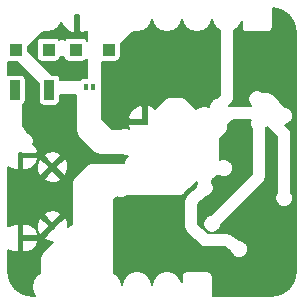
<source format=gbr>
G04 #@! TF.FileFunction,Copper,L2,Bot,Signal*
%FSLAX46Y46*%
G04 Gerber Fmt 4.6, Leading zero omitted, Abs format (unit mm)*
G04 Created by KiCad (PCBNEW 4.0.7) date 08/17/18 12:34:18*
%MOMM*%
%LPD*%
G01*
G04 APERTURE LIST*
%ADD10C,0.100000*%
%ADD11R,0.400000X0.600000*%
%ADD12R,1.100000X1.100000*%
%ADD13R,0.900000X1.700000*%
%ADD14C,0.200000*%
G04 APERTURE END LIST*
D10*
D11*
X149906000Y-93599000D03*
X149306000Y-93599000D03*
D12*
X146180000Y-90424000D03*
X143380000Y-90424000D03*
X148460000Y-90424000D03*
X151260000Y-90424000D03*
D13*
X146230000Y-93853000D03*
X143330000Y-93853000D03*
D14*
G36*
X165867171Y-87047885D02*
X166517548Y-87482453D01*
X166952115Y-88132829D01*
X167115000Y-88951706D01*
X167115000Y-109168294D01*
X166952115Y-109987171D01*
X166517548Y-110637547D01*
X165867171Y-111072115D01*
X165048294Y-111235000D01*
X160058816Y-111235000D01*
X160058816Y-109640000D01*
X160027438Y-109473240D01*
X159928883Y-109320081D01*
X159778505Y-109217332D01*
X159600000Y-109181184D01*
X157900000Y-109181184D01*
X157733240Y-109212562D01*
X157580081Y-109311117D01*
X157477332Y-109461495D01*
X157441184Y-109640000D01*
X157441184Y-110118571D01*
X157411043Y-109967043D01*
X157129239Y-109545292D01*
X156707488Y-109263488D01*
X156210000Y-109164531D01*
X155712512Y-109263488D01*
X155290761Y-109545292D01*
X155008957Y-109967043D01*
X154940000Y-110313712D01*
X154871043Y-109967043D01*
X154589239Y-109545292D01*
X154167488Y-109263488D01*
X153670000Y-109164531D01*
X153172512Y-109263488D01*
X152750761Y-109545292D01*
X152468957Y-109967043D01*
X152400000Y-110313712D01*
X152331043Y-109967043D01*
X152049239Y-109545292D01*
X151732400Y-109333588D01*
X151732400Y-103119522D01*
X151942196Y-102909726D01*
X152123161Y-102984869D01*
X152421530Y-102985130D01*
X152697286Y-102871189D01*
X152731134Y-102837400D01*
X157226000Y-102837400D01*
X157456529Y-102791545D01*
X157651961Y-102660961D01*
X158731800Y-101581122D01*
X158731800Y-101725357D01*
X158635131Y-101958161D01*
X158635089Y-102005989D01*
X157816039Y-102825039D01*
X157685455Y-103020471D01*
X157660579Y-103145530D01*
X157639600Y-103251000D01*
X157639600Y-105410000D01*
X157685455Y-105640529D01*
X157816039Y-105835961D01*
X158959039Y-106978961D01*
X159154471Y-107109545D01*
X159385000Y-107155400D01*
X161089200Y-107155400D01*
X161580941Y-107524206D01*
X161669811Y-107739286D01*
X161880605Y-107950448D01*
X162156161Y-108064869D01*
X162454530Y-108065130D01*
X162730286Y-107951189D01*
X162941448Y-107740395D01*
X163055869Y-107464839D01*
X163056130Y-107166470D01*
X162942189Y-106890714D01*
X162731395Y-106679552D01*
X162455839Y-106565131D01*
X162310005Y-106565003D01*
X161651440Y-106071080D01*
X161583330Y-106038418D01*
X161520528Y-105996455D01*
X161478315Y-105988058D01*
X161439505Y-105969447D01*
X161364084Y-105965336D01*
X161290000Y-105950600D01*
X159634522Y-105950600D01*
X158844400Y-105160478D01*
X158844400Y-103500522D01*
X159486833Y-102858089D01*
X159533530Y-102858130D01*
X159809286Y-102744189D01*
X160020448Y-102533395D01*
X160134869Y-102257839D01*
X160135130Y-101959470D01*
X160038200Y-101724883D01*
X160038200Y-101489564D01*
X160417564Y-101110200D01*
X160653357Y-101110200D01*
X160886161Y-101206869D01*
X161184530Y-101207130D01*
X161460286Y-101093189D01*
X161671448Y-100882395D01*
X161785869Y-100606839D01*
X161786130Y-100308470D01*
X161672189Y-100032714D01*
X161461395Y-99821552D01*
X161185839Y-99707131D01*
X160887470Y-99706870D01*
X160693816Y-99786887D01*
X160693816Y-98210000D01*
X160662438Y-98043240D01*
X160645306Y-98016616D01*
X161207961Y-97453961D01*
X161338545Y-97258529D01*
X161384400Y-97028000D01*
X161384400Y-96769522D01*
X161793522Y-96360400D01*
X163263919Y-96360400D01*
X163207131Y-96497161D01*
X163206870Y-96795530D01*
X163320811Y-97071286D01*
X163354600Y-97105134D01*
X163354600Y-100969478D01*
X159918167Y-104405911D01*
X159871470Y-104405870D01*
X159595714Y-104519811D01*
X159384552Y-104730605D01*
X159270131Y-105006161D01*
X159269870Y-105304530D01*
X159383811Y-105580286D01*
X159594605Y-105791448D01*
X159870161Y-105905869D01*
X160168530Y-105906130D01*
X160444286Y-105792189D01*
X160655448Y-105581395D01*
X160769869Y-105305839D01*
X160769911Y-105258011D01*
X164382961Y-101644961D01*
X164513545Y-101449529D01*
X164559400Y-101219000D01*
X164559400Y-97105385D01*
X164592448Y-97072395D01*
X164653483Y-96925405D01*
X165513600Y-97785522D01*
X165513600Y-102538615D01*
X165480552Y-102571605D01*
X165366131Y-102847161D01*
X165365870Y-103145530D01*
X165479811Y-103421286D01*
X165690605Y-103632448D01*
X165966161Y-103746869D01*
X166264530Y-103747130D01*
X166540286Y-103633189D01*
X166751448Y-103422395D01*
X166865869Y-103146839D01*
X166866130Y-102848470D01*
X166752189Y-102572714D01*
X166718400Y-102538866D01*
X166718400Y-97536000D01*
X166690725Y-97396869D01*
X166672545Y-97305471D01*
X166541961Y-97110039D01*
X166193990Y-96762068D01*
X166264530Y-96762130D01*
X166540286Y-96648189D01*
X166751448Y-96437395D01*
X166865869Y-96161839D01*
X166866130Y-95863470D01*
X166752189Y-95587714D01*
X166541395Y-95376552D01*
X166265839Y-95262131D01*
X166218011Y-95262089D01*
X165144961Y-94189039D01*
X164949529Y-94058455D01*
X164719000Y-94012600D01*
X164288385Y-94012600D01*
X164255395Y-93979552D01*
X163979839Y-93865131D01*
X163681470Y-93864870D01*
X163405714Y-93978811D01*
X163194552Y-94189605D01*
X163080131Y-94465161D01*
X163079870Y-94763530D01*
X163193811Y-95039286D01*
X163309922Y-95155600D01*
X161544000Y-95155600D01*
X161457021Y-95172901D01*
X161715961Y-94913961D01*
X161846545Y-94718529D01*
X161892400Y-94488000D01*
X161892400Y-88786412D01*
X162209239Y-88574708D01*
X162491043Y-88152957D01*
X162521184Y-88001429D01*
X162521184Y-88480000D01*
X162552562Y-88646760D01*
X162651117Y-88799919D01*
X162801495Y-88902668D01*
X162980000Y-88938816D01*
X164680000Y-88938816D01*
X164846760Y-88907438D01*
X164999919Y-88808883D01*
X165102668Y-88658505D01*
X165138816Y-88480000D01*
X165138816Y-86903006D01*
X165867171Y-87047885D01*
X165867171Y-87047885D01*
G37*
X165867171Y-87047885D02*
X166517548Y-87482453D01*
X166952115Y-88132829D01*
X167115000Y-88951706D01*
X167115000Y-109168294D01*
X166952115Y-109987171D01*
X166517548Y-110637547D01*
X165867171Y-111072115D01*
X165048294Y-111235000D01*
X160058816Y-111235000D01*
X160058816Y-109640000D01*
X160027438Y-109473240D01*
X159928883Y-109320081D01*
X159778505Y-109217332D01*
X159600000Y-109181184D01*
X157900000Y-109181184D01*
X157733240Y-109212562D01*
X157580081Y-109311117D01*
X157477332Y-109461495D01*
X157441184Y-109640000D01*
X157441184Y-110118571D01*
X157411043Y-109967043D01*
X157129239Y-109545292D01*
X156707488Y-109263488D01*
X156210000Y-109164531D01*
X155712512Y-109263488D01*
X155290761Y-109545292D01*
X155008957Y-109967043D01*
X154940000Y-110313712D01*
X154871043Y-109967043D01*
X154589239Y-109545292D01*
X154167488Y-109263488D01*
X153670000Y-109164531D01*
X153172512Y-109263488D01*
X152750761Y-109545292D01*
X152468957Y-109967043D01*
X152400000Y-110313712D01*
X152331043Y-109967043D01*
X152049239Y-109545292D01*
X151732400Y-109333588D01*
X151732400Y-103119522D01*
X151942196Y-102909726D01*
X152123161Y-102984869D01*
X152421530Y-102985130D01*
X152697286Y-102871189D01*
X152731134Y-102837400D01*
X157226000Y-102837400D01*
X157456529Y-102791545D01*
X157651961Y-102660961D01*
X158731800Y-101581122D01*
X158731800Y-101725357D01*
X158635131Y-101958161D01*
X158635089Y-102005989D01*
X157816039Y-102825039D01*
X157685455Y-103020471D01*
X157660579Y-103145530D01*
X157639600Y-103251000D01*
X157639600Y-105410000D01*
X157685455Y-105640529D01*
X157816039Y-105835961D01*
X158959039Y-106978961D01*
X159154471Y-107109545D01*
X159385000Y-107155400D01*
X161089200Y-107155400D01*
X161580941Y-107524206D01*
X161669811Y-107739286D01*
X161880605Y-107950448D01*
X162156161Y-108064869D01*
X162454530Y-108065130D01*
X162730286Y-107951189D01*
X162941448Y-107740395D01*
X163055869Y-107464839D01*
X163056130Y-107166470D01*
X162942189Y-106890714D01*
X162731395Y-106679552D01*
X162455839Y-106565131D01*
X162310005Y-106565003D01*
X161651440Y-106071080D01*
X161583330Y-106038418D01*
X161520528Y-105996455D01*
X161478315Y-105988058D01*
X161439505Y-105969447D01*
X161364084Y-105965336D01*
X161290000Y-105950600D01*
X159634522Y-105950600D01*
X158844400Y-105160478D01*
X158844400Y-103500522D01*
X159486833Y-102858089D01*
X159533530Y-102858130D01*
X159809286Y-102744189D01*
X160020448Y-102533395D01*
X160134869Y-102257839D01*
X160135130Y-101959470D01*
X160038200Y-101724883D01*
X160038200Y-101489564D01*
X160417564Y-101110200D01*
X160653357Y-101110200D01*
X160886161Y-101206869D01*
X161184530Y-101207130D01*
X161460286Y-101093189D01*
X161671448Y-100882395D01*
X161785869Y-100606839D01*
X161786130Y-100308470D01*
X161672189Y-100032714D01*
X161461395Y-99821552D01*
X161185839Y-99707131D01*
X160887470Y-99706870D01*
X160693816Y-99786887D01*
X160693816Y-98210000D01*
X160662438Y-98043240D01*
X160645306Y-98016616D01*
X161207961Y-97453961D01*
X161338545Y-97258529D01*
X161384400Y-97028000D01*
X161384400Y-96769522D01*
X161793522Y-96360400D01*
X163263919Y-96360400D01*
X163207131Y-96497161D01*
X163206870Y-96795530D01*
X163320811Y-97071286D01*
X163354600Y-97105134D01*
X163354600Y-100969478D01*
X159918167Y-104405911D01*
X159871470Y-104405870D01*
X159595714Y-104519811D01*
X159384552Y-104730605D01*
X159270131Y-105006161D01*
X159269870Y-105304530D01*
X159383811Y-105580286D01*
X159594605Y-105791448D01*
X159870161Y-105905869D01*
X160168530Y-105906130D01*
X160444286Y-105792189D01*
X160655448Y-105581395D01*
X160769869Y-105305839D01*
X160769911Y-105258011D01*
X164382961Y-101644961D01*
X164513545Y-101449529D01*
X164559400Y-101219000D01*
X164559400Y-97105385D01*
X164592448Y-97072395D01*
X164653483Y-96925405D01*
X165513600Y-97785522D01*
X165513600Y-102538615D01*
X165480552Y-102571605D01*
X165366131Y-102847161D01*
X165365870Y-103145530D01*
X165479811Y-103421286D01*
X165690605Y-103632448D01*
X165966161Y-103746869D01*
X166264530Y-103747130D01*
X166540286Y-103633189D01*
X166751448Y-103422395D01*
X166865869Y-103146839D01*
X166866130Y-102848470D01*
X166752189Y-102572714D01*
X166718400Y-102538866D01*
X166718400Y-97536000D01*
X166690725Y-97396869D01*
X166672545Y-97305471D01*
X166541961Y-97110039D01*
X166193990Y-96762068D01*
X166264530Y-96762130D01*
X166540286Y-96648189D01*
X166751448Y-96437395D01*
X166865869Y-96161839D01*
X166866130Y-95863470D01*
X166752189Y-95587714D01*
X166541395Y-95376552D01*
X166265839Y-95262131D01*
X166218011Y-95262089D01*
X165144961Y-94189039D01*
X164949529Y-94058455D01*
X164719000Y-94012600D01*
X164288385Y-94012600D01*
X164255395Y-93979552D01*
X163979839Y-93865131D01*
X163681470Y-93864870D01*
X163405714Y-93978811D01*
X163194552Y-94189605D01*
X163080131Y-94465161D01*
X163079870Y-94763530D01*
X163193811Y-95039286D01*
X163309922Y-95155600D01*
X161544000Y-95155600D01*
X161457021Y-95172901D01*
X161715961Y-94913961D01*
X161846545Y-94718529D01*
X161892400Y-94488000D01*
X161892400Y-88786412D01*
X162209239Y-88574708D01*
X162491043Y-88152957D01*
X162521184Y-88001429D01*
X162521184Y-88480000D01*
X162552562Y-88646760D01*
X162651117Y-88799919D01*
X162801495Y-88902668D01*
X162980000Y-88938816D01*
X164680000Y-88938816D01*
X164846760Y-88907438D01*
X164999919Y-88808883D01*
X165102668Y-88658505D01*
X165138816Y-88480000D01*
X165138816Y-86903006D01*
X165867171Y-87047885D01*
G36*
X142830000Y-91432816D02*
X143465052Y-91432816D01*
X145321184Y-93288948D01*
X145321184Y-94703000D01*
X145352562Y-94869760D01*
X145451117Y-95022919D01*
X145601495Y-95125668D01*
X145780000Y-95161816D01*
X146680000Y-95161816D01*
X146846760Y-95130438D01*
X146999919Y-95031883D01*
X147102668Y-94881505D01*
X147138816Y-94703000D01*
X147138816Y-94252200D01*
X148502800Y-94252200D01*
X148502800Y-97340000D01*
X148552522Y-97589969D01*
X148694118Y-97801882D01*
X150033118Y-99140882D01*
X150245031Y-99282478D01*
X150495000Y-99332200D01*
X152398357Y-99332200D01*
X152631161Y-99428869D01*
X152890646Y-99429096D01*
X152864714Y-99439811D01*
X152653552Y-99650605D01*
X152539131Y-99926161D01*
X152539083Y-99981600D01*
X149860000Y-99981600D01*
X149629471Y-100027455D01*
X149434039Y-100158039D01*
X148291039Y-101301039D01*
X148160455Y-101496471D01*
X148160455Y-101496472D01*
X148114600Y-101727000D01*
X148114600Y-105160478D01*
X147836770Y-105438308D01*
X147804646Y-105006652D01*
X147677985Y-104700866D01*
X147450479Y-104632310D01*
X146712789Y-105370000D01*
X146726931Y-105384142D01*
X146509142Y-105601931D01*
X146495000Y-105587789D01*
X145757310Y-106325479D01*
X145825866Y-106552985D01*
X146329509Y-106719002D01*
X146574293Y-106700785D01*
X145624039Y-107651039D01*
X145493455Y-107846471D01*
X145472773Y-107950448D01*
X145447600Y-108077000D01*
X145447600Y-109333588D01*
X145130761Y-109545292D01*
X144848957Y-109967043D01*
X144750000Y-110464531D01*
X144750000Y-110515469D01*
X144848957Y-111012957D01*
X144997321Y-111235000D01*
X144831706Y-111235000D01*
X144012829Y-111072115D01*
X143362453Y-110637548D01*
X142927885Y-109987171D01*
X142765000Y-109168294D01*
X142765000Y-107361498D01*
X142840441Y-107427113D01*
X143291000Y-107578000D01*
X143641000Y-107578000D01*
X143641000Y-106524000D01*
X143949000Y-106524000D01*
X143949000Y-107578000D01*
X144299000Y-107578000D01*
X144749559Y-107427113D01*
X145108079Y-107115290D01*
X145304302Y-106709535D01*
X145189710Y-106524000D01*
X143949000Y-106524000D01*
X143641000Y-106524000D01*
X143621000Y-106524000D01*
X143621000Y-106216000D01*
X143641000Y-106216000D01*
X143641000Y-105162000D01*
X143949000Y-105162000D01*
X143949000Y-106216000D01*
X145189710Y-106216000D01*
X145304302Y-106030465D01*
X145108079Y-105624710D01*
X144749559Y-105312887D01*
X144425935Y-105204509D01*
X145145998Y-105204509D01*
X145185354Y-105733348D01*
X145312015Y-106039134D01*
X145539521Y-106107690D01*
X146277211Y-105370000D01*
X145539521Y-104632310D01*
X145312015Y-104700866D01*
X145145998Y-105204509D01*
X144425935Y-105204509D01*
X144299000Y-105162000D01*
X143949000Y-105162000D01*
X143641000Y-105162000D01*
X143291000Y-105162000D01*
X142840441Y-105312887D01*
X142765000Y-105378502D01*
X142765000Y-104414521D01*
X145757310Y-104414521D01*
X146495000Y-105152211D01*
X147232690Y-104414521D01*
X147164134Y-104187015D01*
X146660491Y-104020998D01*
X146131652Y-104060354D01*
X145825866Y-104187015D01*
X145757310Y-104414521D01*
X142765000Y-104414521D01*
X142765000Y-101325479D01*
X145757310Y-101325479D01*
X145825866Y-101552985D01*
X146329509Y-101719002D01*
X146858348Y-101679646D01*
X147164134Y-101552985D01*
X147232690Y-101325479D01*
X146495000Y-100587789D01*
X145757310Y-101325479D01*
X142765000Y-101325479D01*
X142765000Y-100361498D01*
X142840441Y-100427113D01*
X143291000Y-100578000D01*
X143641000Y-100578000D01*
X143641000Y-99524000D01*
X143949000Y-99524000D01*
X143949000Y-100578000D01*
X144299000Y-100578000D01*
X144749559Y-100427113D01*
X145005499Y-100204509D01*
X145145998Y-100204509D01*
X145185354Y-100733348D01*
X145312015Y-101039134D01*
X145539521Y-101107690D01*
X146277211Y-100370000D01*
X146712789Y-100370000D01*
X147450479Y-101107690D01*
X147677985Y-101039134D01*
X147844002Y-100535491D01*
X147804646Y-100006652D01*
X147677985Y-99700866D01*
X147450479Y-99632310D01*
X146712789Y-100370000D01*
X146277211Y-100370000D01*
X145539521Y-99632310D01*
X145312015Y-99700866D01*
X145145998Y-100204509D01*
X145005499Y-100204509D01*
X145108079Y-100115290D01*
X145304302Y-99709535D01*
X145189710Y-99524000D01*
X143949000Y-99524000D01*
X143641000Y-99524000D01*
X143621000Y-99524000D01*
X143621000Y-99414521D01*
X145757310Y-99414521D01*
X146495000Y-100152211D01*
X147232690Y-99414521D01*
X147164134Y-99187015D01*
X146660491Y-99020998D01*
X146131652Y-99060354D01*
X145825866Y-99187015D01*
X145757310Y-99414521D01*
X143621000Y-99414521D01*
X143621000Y-99216000D01*
X143641000Y-99216000D01*
X143641000Y-99196000D01*
X143949000Y-99196000D01*
X143949000Y-99216000D01*
X145189710Y-99216000D01*
X145304302Y-99030465D01*
X145108079Y-98624710D01*
X144858740Y-98407847D01*
X144894869Y-98320839D01*
X144895130Y-98022470D01*
X144781189Y-97746714D01*
X144570395Y-97535552D01*
X144440938Y-97481796D01*
X143983200Y-96881402D01*
X143983200Y-95106990D01*
X144099919Y-95031883D01*
X144202668Y-94881505D01*
X144238816Y-94703000D01*
X144238816Y-93003000D01*
X144207438Y-92836240D01*
X144108883Y-92683081D01*
X143958505Y-92580332D01*
X143780000Y-92544184D01*
X142880000Y-92544184D01*
X142765000Y-92565823D01*
X142765000Y-91419653D01*
X142830000Y-91432816D01*
X142830000Y-91432816D01*
G37*
X142830000Y-91432816D02*
X143465052Y-91432816D01*
X145321184Y-93288948D01*
X145321184Y-94703000D01*
X145352562Y-94869760D01*
X145451117Y-95022919D01*
X145601495Y-95125668D01*
X145780000Y-95161816D01*
X146680000Y-95161816D01*
X146846760Y-95130438D01*
X146999919Y-95031883D01*
X147102668Y-94881505D01*
X147138816Y-94703000D01*
X147138816Y-94252200D01*
X148502800Y-94252200D01*
X148502800Y-97340000D01*
X148552522Y-97589969D01*
X148694118Y-97801882D01*
X150033118Y-99140882D01*
X150245031Y-99282478D01*
X150495000Y-99332200D01*
X152398357Y-99332200D01*
X152631161Y-99428869D01*
X152890646Y-99429096D01*
X152864714Y-99439811D01*
X152653552Y-99650605D01*
X152539131Y-99926161D01*
X152539083Y-99981600D01*
X149860000Y-99981600D01*
X149629471Y-100027455D01*
X149434039Y-100158039D01*
X148291039Y-101301039D01*
X148160455Y-101496471D01*
X148160455Y-101496472D01*
X148114600Y-101727000D01*
X148114600Y-105160478D01*
X147836770Y-105438308D01*
X147804646Y-105006652D01*
X147677985Y-104700866D01*
X147450479Y-104632310D01*
X146712789Y-105370000D01*
X146726931Y-105384142D01*
X146509142Y-105601931D01*
X146495000Y-105587789D01*
X145757310Y-106325479D01*
X145825866Y-106552985D01*
X146329509Y-106719002D01*
X146574293Y-106700785D01*
X145624039Y-107651039D01*
X145493455Y-107846471D01*
X145472773Y-107950448D01*
X145447600Y-108077000D01*
X145447600Y-109333588D01*
X145130761Y-109545292D01*
X144848957Y-109967043D01*
X144750000Y-110464531D01*
X144750000Y-110515469D01*
X144848957Y-111012957D01*
X144997321Y-111235000D01*
X144831706Y-111235000D01*
X144012829Y-111072115D01*
X143362453Y-110637548D01*
X142927885Y-109987171D01*
X142765000Y-109168294D01*
X142765000Y-107361498D01*
X142840441Y-107427113D01*
X143291000Y-107578000D01*
X143641000Y-107578000D01*
X143641000Y-106524000D01*
X143949000Y-106524000D01*
X143949000Y-107578000D01*
X144299000Y-107578000D01*
X144749559Y-107427113D01*
X145108079Y-107115290D01*
X145304302Y-106709535D01*
X145189710Y-106524000D01*
X143949000Y-106524000D01*
X143641000Y-106524000D01*
X143621000Y-106524000D01*
X143621000Y-106216000D01*
X143641000Y-106216000D01*
X143641000Y-105162000D01*
X143949000Y-105162000D01*
X143949000Y-106216000D01*
X145189710Y-106216000D01*
X145304302Y-106030465D01*
X145108079Y-105624710D01*
X144749559Y-105312887D01*
X144425935Y-105204509D01*
X145145998Y-105204509D01*
X145185354Y-105733348D01*
X145312015Y-106039134D01*
X145539521Y-106107690D01*
X146277211Y-105370000D01*
X145539521Y-104632310D01*
X145312015Y-104700866D01*
X145145998Y-105204509D01*
X144425935Y-105204509D01*
X144299000Y-105162000D01*
X143949000Y-105162000D01*
X143641000Y-105162000D01*
X143291000Y-105162000D01*
X142840441Y-105312887D01*
X142765000Y-105378502D01*
X142765000Y-104414521D01*
X145757310Y-104414521D01*
X146495000Y-105152211D01*
X147232690Y-104414521D01*
X147164134Y-104187015D01*
X146660491Y-104020998D01*
X146131652Y-104060354D01*
X145825866Y-104187015D01*
X145757310Y-104414521D01*
X142765000Y-104414521D01*
X142765000Y-101325479D01*
X145757310Y-101325479D01*
X145825866Y-101552985D01*
X146329509Y-101719002D01*
X146858348Y-101679646D01*
X147164134Y-101552985D01*
X147232690Y-101325479D01*
X146495000Y-100587789D01*
X145757310Y-101325479D01*
X142765000Y-101325479D01*
X142765000Y-100361498D01*
X142840441Y-100427113D01*
X143291000Y-100578000D01*
X143641000Y-100578000D01*
X143641000Y-99524000D01*
X143949000Y-99524000D01*
X143949000Y-100578000D01*
X144299000Y-100578000D01*
X144749559Y-100427113D01*
X145005499Y-100204509D01*
X145145998Y-100204509D01*
X145185354Y-100733348D01*
X145312015Y-101039134D01*
X145539521Y-101107690D01*
X146277211Y-100370000D01*
X146712789Y-100370000D01*
X147450479Y-101107690D01*
X147677985Y-101039134D01*
X147844002Y-100535491D01*
X147804646Y-100006652D01*
X147677985Y-99700866D01*
X147450479Y-99632310D01*
X146712789Y-100370000D01*
X146277211Y-100370000D01*
X145539521Y-99632310D01*
X145312015Y-99700866D01*
X145145998Y-100204509D01*
X145005499Y-100204509D01*
X145108079Y-100115290D01*
X145304302Y-99709535D01*
X145189710Y-99524000D01*
X143949000Y-99524000D01*
X143641000Y-99524000D01*
X143621000Y-99524000D01*
X143621000Y-99414521D01*
X145757310Y-99414521D01*
X146495000Y-100152211D01*
X147232690Y-99414521D01*
X147164134Y-99187015D01*
X146660491Y-99020998D01*
X146131652Y-99060354D01*
X145825866Y-99187015D01*
X145757310Y-99414521D01*
X143621000Y-99414521D01*
X143621000Y-99216000D01*
X143641000Y-99216000D01*
X143641000Y-99196000D01*
X143949000Y-99196000D01*
X143949000Y-99216000D01*
X145189710Y-99216000D01*
X145304302Y-99030465D01*
X145108079Y-98624710D01*
X144858740Y-98407847D01*
X144894869Y-98320839D01*
X144895130Y-98022470D01*
X144781189Y-97746714D01*
X144570395Y-97535552D01*
X144440938Y-97481796D01*
X143983200Y-96881402D01*
X143983200Y-95106990D01*
X144099919Y-95031883D01*
X144202668Y-94881505D01*
X144238816Y-94703000D01*
X144238816Y-93003000D01*
X144207438Y-92836240D01*
X144108883Y-92683081D01*
X143958505Y-92580332D01*
X143780000Y-92544184D01*
X142880000Y-92544184D01*
X142765000Y-92565823D01*
X142765000Y-91419653D01*
X142830000Y-91432816D01*
G36*
X160088957Y-88152957D02*
X160370761Y-88574708D01*
X160687600Y-88786412D01*
X160687600Y-94238478D01*
X160426167Y-94499911D01*
X160379470Y-94499870D01*
X160103714Y-94613811D01*
X159892552Y-94824605D01*
X159778131Y-95100161D01*
X159777980Y-95272700D01*
X159385000Y-95194531D01*
X158887512Y-95293488D01*
X158630119Y-95465472D01*
X158540961Y-95332039D01*
X157778961Y-94570039D01*
X157583529Y-94439455D01*
X157353000Y-94393600D01*
X156464000Y-94393600D01*
X156233471Y-94439455D01*
X156038039Y-94570039D01*
X155202714Y-95405364D01*
X155032616Y-95256523D01*
X154683910Y-95112097D01*
X154459000Y-95223111D01*
X154459000Y-96366000D01*
X154479000Y-96366000D01*
X154479000Y-96674000D01*
X154459000Y-96674000D01*
X154459000Y-96694000D01*
X154151000Y-96694000D01*
X154151000Y-96674000D01*
X153007144Y-96674000D01*
X152897085Y-96898911D01*
X153009061Y-97125347D01*
X152803839Y-97040131D01*
X152505470Y-97039870D01*
X152270883Y-97136800D01*
X151527564Y-97136800D01*
X150709200Y-96318436D01*
X150709200Y-96141089D01*
X152897085Y-96141089D01*
X153007144Y-96366000D01*
X154151000Y-96366000D01*
X154151000Y-95223111D01*
X153926090Y-95112097D01*
X153577384Y-95256523D01*
X153149259Y-95631146D01*
X152897085Y-96141089D01*
X150709200Y-96141089D01*
X150709200Y-91432654D01*
X150710000Y-91432816D01*
X151810000Y-91432816D01*
X151976760Y-91401438D01*
X152129919Y-91302883D01*
X152232668Y-91152505D01*
X152268816Y-90974000D01*
X152268816Y-89954948D01*
X153334942Y-88888822D01*
X153670000Y-88955469D01*
X154167488Y-88856512D01*
X154589239Y-88574708D01*
X154871043Y-88152957D01*
X154940000Y-87806288D01*
X155008957Y-88152957D01*
X155290761Y-88574708D01*
X155712512Y-88856512D01*
X156210000Y-88955469D01*
X156707488Y-88856512D01*
X157129239Y-88574708D01*
X157411043Y-88152957D01*
X157480000Y-87806288D01*
X157548957Y-88152957D01*
X157830761Y-88574708D01*
X158252512Y-88856512D01*
X158750000Y-88955469D01*
X159247488Y-88856512D01*
X159669239Y-88574708D01*
X159951043Y-88152957D01*
X160020000Y-87806288D01*
X160088957Y-88152957D01*
X160088957Y-88152957D01*
G37*
X160088957Y-88152957D02*
X160370761Y-88574708D01*
X160687600Y-88786412D01*
X160687600Y-94238478D01*
X160426167Y-94499911D01*
X160379470Y-94499870D01*
X160103714Y-94613811D01*
X159892552Y-94824605D01*
X159778131Y-95100161D01*
X159777980Y-95272700D01*
X159385000Y-95194531D01*
X158887512Y-95293488D01*
X158630119Y-95465472D01*
X158540961Y-95332039D01*
X157778961Y-94570039D01*
X157583529Y-94439455D01*
X157353000Y-94393600D01*
X156464000Y-94393600D01*
X156233471Y-94439455D01*
X156038039Y-94570039D01*
X155202714Y-95405364D01*
X155032616Y-95256523D01*
X154683910Y-95112097D01*
X154459000Y-95223111D01*
X154459000Y-96366000D01*
X154479000Y-96366000D01*
X154479000Y-96674000D01*
X154459000Y-96674000D01*
X154459000Y-96694000D01*
X154151000Y-96694000D01*
X154151000Y-96674000D01*
X153007144Y-96674000D01*
X152897085Y-96898911D01*
X153009061Y-97125347D01*
X152803839Y-97040131D01*
X152505470Y-97039870D01*
X152270883Y-97136800D01*
X151527564Y-97136800D01*
X150709200Y-96318436D01*
X150709200Y-96141089D01*
X152897085Y-96141089D01*
X153007144Y-96366000D01*
X154151000Y-96366000D01*
X154151000Y-95223111D01*
X153926090Y-95112097D01*
X153577384Y-95256523D01*
X153149259Y-95631146D01*
X152897085Y-96141089D01*
X150709200Y-96141089D01*
X150709200Y-91432654D01*
X150710000Y-91432816D01*
X151810000Y-91432816D01*
X151976760Y-91401438D01*
X152129919Y-91302883D01*
X152232668Y-91152505D01*
X152268816Y-90974000D01*
X152268816Y-89954948D01*
X153334942Y-88888822D01*
X153670000Y-88955469D01*
X154167488Y-88856512D01*
X154589239Y-88574708D01*
X154871043Y-88152957D01*
X154940000Y-87806288D01*
X155008957Y-88152957D01*
X155290761Y-88574708D01*
X155712512Y-88856512D01*
X156210000Y-88955469D01*
X156707488Y-88856512D01*
X157129239Y-88574708D01*
X157411043Y-88152957D01*
X157480000Y-87806288D01*
X157548957Y-88152957D01*
X157830761Y-88574708D01*
X158252512Y-88856512D01*
X158750000Y-88955469D01*
X159247488Y-88856512D01*
X159669239Y-88574708D01*
X159951043Y-88152957D01*
X160020000Y-87806288D01*
X160088957Y-88152957D01*
G36*
X148744000Y-87476000D02*
X148764000Y-87476000D01*
X148764000Y-87784000D01*
X148744000Y-87784000D01*
X148744000Y-88926889D01*
X148968910Y-89037903D01*
X149317616Y-88893477D01*
X149402800Y-88818938D01*
X149402800Y-89653411D01*
X149338883Y-89554081D01*
X149188505Y-89451332D01*
X149010000Y-89415184D01*
X147910000Y-89415184D01*
X147743240Y-89446562D01*
X147590081Y-89545117D01*
X147562434Y-89585580D01*
X147469839Y-89547131D01*
X147171470Y-89546870D01*
X147078865Y-89585134D01*
X147058883Y-89554081D01*
X146908505Y-89451332D01*
X146730000Y-89415184D01*
X145630000Y-89415184D01*
X145463240Y-89446562D01*
X145310081Y-89545117D01*
X145207332Y-89695495D01*
X145171184Y-89874000D01*
X145171184Y-90974000D01*
X145202562Y-91140760D01*
X145301117Y-91293919D01*
X145451495Y-91396668D01*
X145630000Y-91432816D01*
X146730000Y-91432816D01*
X146896760Y-91401438D01*
X147049919Y-91302883D01*
X147152668Y-91152505D01*
X147167918Y-91077200D01*
X147193000Y-91077200D01*
X147320000Y-91051938D01*
X147447000Y-91077200D01*
X147470602Y-91077200D01*
X147482562Y-91140760D01*
X147581117Y-91293919D01*
X147731495Y-91396668D01*
X147910000Y-91432816D01*
X149010000Y-91432816D01*
X149176760Y-91401438D01*
X149329919Y-91302883D01*
X149402800Y-91196218D01*
X149402800Y-92840184D01*
X149106000Y-92840184D01*
X148939240Y-92871562D01*
X148823871Y-92945800D01*
X147128053Y-92945800D01*
X147107438Y-92836240D01*
X147008883Y-92683081D01*
X146858505Y-92580332D01*
X146680000Y-92544184D01*
X146423948Y-92544184D01*
X144388816Y-90509052D01*
X144388816Y-90214948D01*
X145714942Y-88888822D01*
X146050000Y-88955469D01*
X146547488Y-88856512D01*
X146969239Y-88574708D01*
X147251043Y-88152957D01*
X147251696Y-88149677D01*
X147434259Y-88518854D01*
X147862384Y-88893477D01*
X148211090Y-89037903D01*
X148436000Y-88926889D01*
X148436000Y-87784000D01*
X148416000Y-87784000D01*
X148416000Y-87476000D01*
X148436000Y-87476000D01*
X148436000Y-87456000D01*
X148744000Y-87456000D01*
X148744000Y-87476000D01*
X148744000Y-87476000D01*
G37*
X148744000Y-87476000D02*
X148764000Y-87476000D01*
X148764000Y-87784000D01*
X148744000Y-87784000D01*
X148744000Y-88926889D01*
X148968910Y-89037903D01*
X149317616Y-88893477D01*
X149402800Y-88818938D01*
X149402800Y-89653411D01*
X149338883Y-89554081D01*
X149188505Y-89451332D01*
X149010000Y-89415184D01*
X147910000Y-89415184D01*
X147743240Y-89446562D01*
X147590081Y-89545117D01*
X147562434Y-89585580D01*
X147469839Y-89547131D01*
X147171470Y-89546870D01*
X147078865Y-89585134D01*
X147058883Y-89554081D01*
X146908505Y-89451332D01*
X146730000Y-89415184D01*
X145630000Y-89415184D01*
X145463240Y-89446562D01*
X145310081Y-89545117D01*
X145207332Y-89695495D01*
X145171184Y-89874000D01*
X145171184Y-90974000D01*
X145202562Y-91140760D01*
X145301117Y-91293919D01*
X145451495Y-91396668D01*
X145630000Y-91432816D01*
X146730000Y-91432816D01*
X146896760Y-91401438D01*
X147049919Y-91302883D01*
X147152668Y-91152505D01*
X147167918Y-91077200D01*
X147193000Y-91077200D01*
X147320000Y-91051938D01*
X147447000Y-91077200D01*
X147470602Y-91077200D01*
X147482562Y-91140760D01*
X147581117Y-91293919D01*
X147731495Y-91396668D01*
X147910000Y-91432816D01*
X149010000Y-91432816D01*
X149176760Y-91401438D01*
X149329919Y-91302883D01*
X149402800Y-91196218D01*
X149402800Y-92840184D01*
X149106000Y-92840184D01*
X148939240Y-92871562D01*
X148823871Y-92945800D01*
X147128053Y-92945800D01*
X147107438Y-92836240D01*
X147008883Y-92683081D01*
X146858505Y-92580332D01*
X146680000Y-92544184D01*
X146423948Y-92544184D01*
X144388816Y-90509052D01*
X144388816Y-90214948D01*
X145714942Y-88888822D01*
X146050000Y-88955469D01*
X146547488Y-88856512D01*
X146969239Y-88574708D01*
X147251043Y-88152957D01*
X147251696Y-88149677D01*
X147434259Y-88518854D01*
X147862384Y-88893477D01*
X148211090Y-89037903D01*
X148436000Y-88926889D01*
X148436000Y-87784000D01*
X148416000Y-87784000D01*
X148416000Y-87476000D01*
X148436000Y-87476000D01*
X148436000Y-87456000D01*
X148744000Y-87456000D01*
X148744000Y-87476000D01*
M02*

</source>
